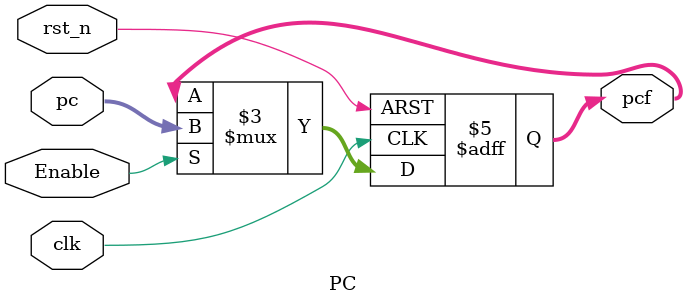
<source format=v>
module PC (pc,clk,rst_n,Enable,pcf);
input [31:0] pc;
input clk,rst_n,Enable;
output reg [31:0] pcf;
always @(posedge clk , negedge rst_n) begin
    if(~rst_n)begin
        pcf <= 32'b0;
    end
    else if(Enable) begin
        pcf <= pc;
    end    
end
endmodule
</source>
